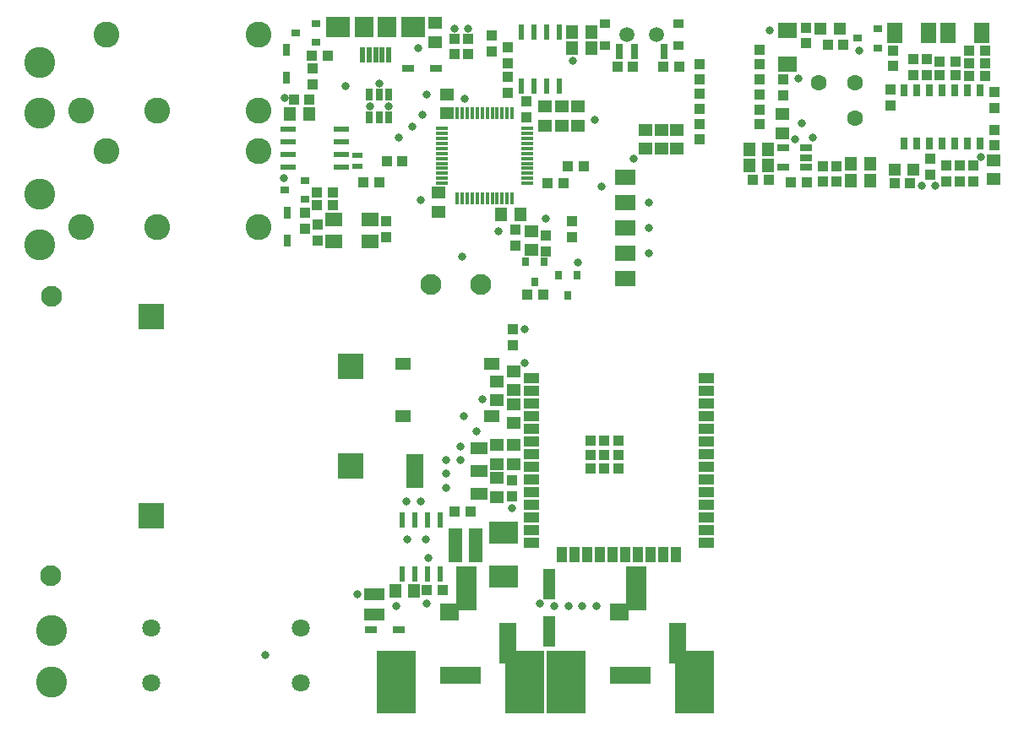
<source format=gts>
G04*
G04 #@! TF.GenerationSoftware,Altium Limited,Altium Designer,21.7.1 (17)*
G04*
G04 Layer_Color=8388736*
%FSLAX25Y25*%
%MOIN*%
G70*
G04*
G04 #@! TF.SameCoordinates,E541626C-5F42-4904-A579-91A45D143E40*
G04*
G04*
G04 #@! TF.FilePolarity,Negative*
G04*
G01*
G75*
%ADD64R,0.04528X0.02559*%
%ADD65R,0.15748X0.24803*%
%ADD66R,0.08268X0.17717*%
%ADD67R,0.03937X0.03937*%
%ADD68R,0.03937X0.06299*%
%ADD69R,0.06299X0.03937*%
%ADD70R,0.07913X0.05906*%
%ADD71R,0.05118X0.12205*%
%ADD72R,0.04882X0.05118*%
%ADD73R,0.01968X0.05906*%
%ADD74R,0.07480X0.07874*%
%ADD75R,0.09449X0.07874*%
%ADD76R,0.08268X0.04724*%
%ADD77R,0.11193X0.08894*%
%ADD78R,0.02756X0.05118*%
%ADD79R,0.07480X0.06378*%
%ADD80R,0.03937X0.04193*%
%ADD81R,0.04193X0.03937*%
%ADD82R,0.05512X0.13780*%
%ADD83R,0.04331X0.03543*%
%ADD84R,0.03150X0.06299*%
%ADD85R,0.06299X0.05118*%
%ADD86R,0.06378X0.07874*%
%ADD87R,0.05512X0.04882*%
%ADD88R,0.04882X0.05512*%
%ADD89R,0.04193X0.04331*%
%ADD90R,0.04331X0.04193*%
%ADD91R,0.05118X0.02756*%
%ADD92R,0.03543X0.02756*%
%ADD93R,0.02756X0.03543*%
%ADD94R,0.02559X0.04528*%
%ADD95R,0.06693X0.05315*%
%ADD96R,0.06693X0.05118*%
%ADD97R,0.06693X0.13386*%
%ADD98R,0.02677X0.05039*%
%ADD99R,0.01575X0.05118*%
%ADD100R,0.05118X0.01575*%
%ADD101R,0.02362X0.06299*%
%ADD102R,0.06299X0.02362*%
%ADD103R,0.04331X0.02362*%
%ADD104R,0.06693X0.16142*%
%ADD105R,0.16142X0.06693*%
%ADD106R,0.07480X0.06693*%
%ADD107C,0.07087*%
%ADD108C,0.06299*%
%ADD109C,0.12205*%
%ADD110C,0.08268*%
%ADD111R,0.04331X0.04331*%
%ADD112C,0.05906*%
%ADD113C,0.10236*%
%ADD114R,0.10236X0.10236*%
%ADD115C,0.03162*%
D64*
X160630Y41732D02*
D03*
X149606D02*
D03*
X175400Y263400D02*
D03*
X164376D02*
D03*
D65*
X159618Y20894D02*
D03*
X210405D02*
D03*
X277335D02*
D03*
X226547D02*
D03*
D66*
X187374Y57902D02*
D03*
X254303D02*
D03*
D67*
X236250Y105127D02*
D03*
X241761D02*
D03*
X247273D02*
D03*
Y116150D02*
D03*
X241761D02*
D03*
X236250D02*
D03*
Y110638D02*
D03*
X247273D02*
D03*
X241761D02*
D03*
D68*
X270158Y71122D02*
D03*
X265158D02*
D03*
X260158D02*
D03*
X255158D02*
D03*
X250158D02*
D03*
X245158D02*
D03*
X240158D02*
D03*
X235158D02*
D03*
X230158D02*
D03*
X225158D02*
D03*
D69*
X213189Y76024D02*
D03*
Y81024D02*
D03*
Y86024D02*
D03*
Y91024D02*
D03*
Y96024D02*
D03*
Y101024D02*
D03*
Y106024D02*
D03*
Y111024D02*
D03*
Y116024D02*
D03*
Y121024D02*
D03*
Y126024D02*
D03*
Y131024D02*
D03*
Y136024D02*
D03*
Y141024D02*
D03*
X282087Y76024D02*
D03*
Y81024D02*
D03*
Y86024D02*
D03*
Y91024D02*
D03*
Y96024D02*
D03*
Y101024D02*
D03*
Y106024D02*
D03*
Y111024D02*
D03*
Y116024D02*
D03*
Y121024D02*
D03*
Y126024D02*
D03*
Y131024D02*
D03*
Y136024D02*
D03*
Y141024D02*
D03*
D70*
X250000Y180400D02*
D03*
Y190400D02*
D03*
Y200400D02*
D03*
Y210400D02*
D03*
Y220400D02*
D03*
D71*
X219882Y59449D02*
D03*
Y40945D02*
D03*
D72*
X356260Y223400D02*
D03*
X363740D02*
D03*
X334540Y278800D02*
D03*
X327060D02*
D03*
D73*
X156739Y268710D02*
D03*
X154180D02*
D03*
X151620D02*
D03*
X149061D02*
D03*
X146502D02*
D03*
D74*
X147093Y279537D02*
D03*
X156148D02*
D03*
D75*
X136857D02*
D03*
X166384D02*
D03*
D76*
X151181Y55610D02*
D03*
Y47539D02*
D03*
D77*
X202000Y80101D02*
D03*
Y62699D02*
D03*
D78*
X149160Y244045D02*
D03*
X152900D02*
D03*
X156640D02*
D03*
X149160Y253100D02*
D03*
X152900D02*
D03*
X156640D02*
D03*
D79*
X313970Y278322D02*
D03*
Y264857D02*
D03*
D80*
X126841Y263149D02*
D03*
Y256948D02*
D03*
X123600Y200100D02*
D03*
Y206300D02*
D03*
X206693Y193356D02*
D03*
Y199557D02*
D03*
X203800Y253700D02*
D03*
Y259900D02*
D03*
X197200Y270100D02*
D03*
Y276300D02*
D03*
X211000Y244100D02*
D03*
Y250300D02*
D03*
X203800Y265300D02*
D03*
Y271500D02*
D03*
X187900Y268800D02*
D03*
Y275000D02*
D03*
X182600Y268800D02*
D03*
Y275000D02*
D03*
X218600Y197300D02*
D03*
Y191100D02*
D03*
X229000Y196700D02*
D03*
Y202900D02*
D03*
X355703Y264158D02*
D03*
Y270359D02*
D03*
X312200Y252700D02*
D03*
Y258900D02*
D03*
X369000Y266800D02*
D03*
Y260599D02*
D03*
X333268Y218489D02*
D03*
Y224690D02*
D03*
X328118Y218489D02*
D03*
Y224690D02*
D03*
X370200Y221300D02*
D03*
Y227500D02*
D03*
X387200Y224900D02*
D03*
Y218700D02*
D03*
X376800Y218700D02*
D03*
Y224900D02*
D03*
X321451Y273213D02*
D03*
Y279414D02*
D03*
X395600Y247700D02*
D03*
Y253900D02*
D03*
D81*
X132648Y268317D02*
D03*
X126447D02*
D03*
X128500Y209200D02*
D03*
X134700D02*
D03*
X128500Y214200D02*
D03*
X134700D02*
D03*
X162100Y226700D02*
D03*
X155900D02*
D03*
X153000Y218400D02*
D03*
X146799D02*
D03*
X246914Y263937D02*
D03*
X253115D02*
D03*
X225700Y217800D02*
D03*
X219500D02*
D03*
X227500Y224600D02*
D03*
X233700D02*
D03*
X211467Y174016D02*
D03*
X217667D02*
D03*
X265000Y264000D02*
D03*
X271200D02*
D03*
X374148Y260772D02*
D03*
X380349D02*
D03*
X391972Y270408D02*
D03*
X385771D02*
D03*
X385821Y265290D02*
D03*
X392021D02*
D03*
X315400Y218400D02*
D03*
X321600D02*
D03*
X356292Y217839D02*
D03*
X362493D02*
D03*
X329964Y272573D02*
D03*
X336165D02*
D03*
D82*
X182874Y75000D02*
D03*
X191142D02*
D03*
D83*
X242193Y272381D02*
D03*
Y281042D02*
D03*
X270933D02*
D03*
Y272381D02*
D03*
D84*
X265420Y269822D02*
D03*
X247703D02*
D03*
X253609D02*
D03*
D85*
X162402Y146457D02*
D03*
Y125984D02*
D03*
X197441Y146457D02*
D03*
Y125984D02*
D03*
D86*
X369732Y277298D02*
D03*
X356268D02*
D03*
X377317D02*
D03*
X390781D02*
D03*
D87*
X199409Y101575D02*
D03*
Y94095D02*
D03*
Y107087D02*
D03*
Y114567D02*
D03*
X205906Y107087D02*
D03*
Y114567D02*
D03*
X175000Y281140D02*
D03*
Y273660D02*
D03*
X264369Y238961D02*
D03*
Y231480D02*
D03*
X258069Y238961D02*
D03*
Y231480D02*
D03*
X270400Y238961D02*
D03*
Y231480D02*
D03*
X213000Y198940D02*
D03*
Y191460D02*
D03*
X224981Y248210D02*
D03*
Y240730D02*
D03*
X218482Y248210D02*
D03*
Y240730D02*
D03*
X231477Y248210D02*
D03*
Y240730D02*
D03*
X176400Y206660D02*
D03*
Y214140D02*
D03*
X179600Y253080D02*
D03*
Y245600D02*
D03*
X205906Y123228D02*
D03*
Y130709D02*
D03*
X199409Y139764D02*
D03*
Y132283D02*
D03*
X205906Y143701D02*
D03*
Y136221D02*
D03*
X395200Y219460D02*
D03*
Y226940D02*
D03*
X312000Y245140D02*
D03*
Y237660D02*
D03*
D88*
X159260Y56800D02*
D03*
X166740D02*
D03*
X236580Y271203D02*
D03*
X229100D02*
D03*
X125219Y245276D02*
D03*
X117739D02*
D03*
X236580Y277699D02*
D03*
X229100D02*
D03*
X208640Y205700D02*
D03*
X201160D02*
D03*
X346648Y218833D02*
D03*
X339167D02*
D03*
X346648Y225615D02*
D03*
X339167D02*
D03*
X299042Y231306D02*
D03*
X306522D02*
D03*
X299000Y224936D02*
D03*
X306481D02*
D03*
D89*
X177900Y57367D02*
D03*
X171700D02*
D03*
X182726Y88386D02*
D03*
X188927D02*
D03*
X125500Y251000D02*
D03*
X119300D02*
D03*
X374148Y265890D02*
D03*
X380349D02*
D03*
X300500Y219200D02*
D03*
X306700D02*
D03*
X385821Y260172D02*
D03*
X392021D02*
D03*
D90*
X205315Y100541D02*
D03*
Y94340D02*
D03*
X128600Y201500D02*
D03*
Y195300D02*
D03*
X155800Y196700D02*
D03*
Y202900D02*
D03*
X354718Y254857D02*
D03*
Y248656D02*
D03*
X363800Y266800D02*
D03*
Y260599D02*
D03*
X395800Y239100D02*
D03*
Y232900D02*
D03*
X382000Y218700D02*
D03*
Y224900D02*
D03*
X205600Y154100D02*
D03*
Y160300D02*
D03*
D91*
X321355Y231800D02*
D03*
X312300Y224320D02*
D03*
Y231800D02*
D03*
X321355Y228060D02*
D03*
Y224320D02*
D03*
D92*
X128022Y273632D02*
D03*
X120148Y277372D02*
D03*
X128022Y281112D02*
D03*
X123622Y211614D02*
D03*
X115748Y215354D02*
D03*
X123622Y219094D02*
D03*
X349600Y271392D02*
D03*
X341726Y275132D02*
D03*
X349600Y278873D02*
D03*
D93*
X218110Y186811D02*
D03*
X214370Y178937D02*
D03*
X210630Y186811D02*
D03*
X231102Y181496D02*
D03*
X227362Y173622D02*
D03*
X223622Y181496D02*
D03*
D94*
X116500Y259688D02*
D03*
Y270712D02*
D03*
X116535Y195276D02*
D03*
Y206299D02*
D03*
D95*
X134916Y194869D02*
D03*
Y203531D02*
D03*
X149484Y194869D02*
D03*
Y203531D02*
D03*
D96*
X192323Y95276D02*
D03*
Y104331D02*
D03*
Y113386D02*
D03*
D97*
X167126Y104331D02*
D03*
D98*
X390191Y233558D02*
D03*
X385191D02*
D03*
X380191D02*
D03*
X375191D02*
D03*
X370191D02*
D03*
X365191D02*
D03*
X360191D02*
D03*
Y254503D02*
D03*
X365191D02*
D03*
X370191D02*
D03*
X375191D02*
D03*
X380191D02*
D03*
X385191D02*
D03*
X390191D02*
D03*
D99*
X183759Y211998D02*
D03*
X185728D02*
D03*
X187696D02*
D03*
X189665D02*
D03*
X191633D02*
D03*
X193602D02*
D03*
X195570D02*
D03*
X197539D02*
D03*
X199507D02*
D03*
X201476D02*
D03*
X205413D02*
D03*
Y245463D02*
D03*
X203444D02*
D03*
X201476D02*
D03*
X199507D02*
D03*
X197539D02*
D03*
X195570D02*
D03*
X193602D02*
D03*
X191633D02*
D03*
X189665D02*
D03*
X187696D02*
D03*
X185728D02*
D03*
X183759D02*
D03*
X203444Y211998D02*
D03*
D100*
X211318Y217904D02*
D03*
Y219872D02*
D03*
Y221841D02*
D03*
Y223810D02*
D03*
Y225778D02*
D03*
Y227747D02*
D03*
Y229715D02*
D03*
Y231683D02*
D03*
Y233652D02*
D03*
Y235620D02*
D03*
Y237589D02*
D03*
Y239558D02*
D03*
X177854D02*
D03*
Y237589D02*
D03*
Y235620D02*
D03*
Y233652D02*
D03*
Y231683D02*
D03*
Y229715D02*
D03*
Y227747D02*
D03*
Y225778D02*
D03*
Y223810D02*
D03*
Y221841D02*
D03*
Y219872D02*
D03*
Y217904D02*
D03*
D101*
X177185Y84842D02*
D03*
X172185D02*
D03*
X167185D02*
D03*
X162185D02*
D03*
X177185Y63583D02*
D03*
X172185D02*
D03*
X167185D02*
D03*
X162185D02*
D03*
X208900Y256370D02*
D03*
X213900D02*
D03*
X218900D02*
D03*
X223900D02*
D03*
X208900Y277630D02*
D03*
X213900D02*
D03*
X218900D02*
D03*
X223900D02*
D03*
D102*
X138189Y224390D02*
D03*
Y229390D02*
D03*
Y234390D02*
D03*
Y239390D02*
D03*
X116929Y224390D02*
D03*
Y229390D02*
D03*
Y234390D02*
D03*
Y239390D02*
D03*
D103*
X144200Y224735D02*
D03*
Y229065D02*
D03*
D104*
X203862Y36244D02*
D03*
X270791D02*
D03*
D105*
X185039Y23622D02*
D03*
X251969D02*
D03*
D106*
X180693Y48465D02*
D03*
X247622D02*
D03*
D107*
X122047Y42323D02*
D03*
Y20669D02*
D03*
X62992D02*
D03*
Y42323D02*
D03*
D108*
X326403Y257613D02*
D03*
X340545Y243471D02*
D03*
Y257613D02*
D03*
D109*
X23622Y41142D02*
D03*
Y21063D02*
D03*
X19094Y265748D02*
D03*
Y245669D02*
D03*
Y213779D02*
D03*
Y193701D02*
D03*
D110*
X23228Y62992D02*
D03*
X23622Y173228D02*
D03*
X173425Y177953D02*
D03*
X193110D02*
D03*
D111*
X279200Y235400D02*
D03*
Y241305D02*
D03*
Y247211D02*
D03*
Y253116D02*
D03*
Y259022D02*
D03*
Y264928D02*
D03*
X303000Y270706D02*
D03*
Y264800D02*
D03*
Y258894D02*
D03*
Y252989D02*
D03*
Y247083D02*
D03*
Y241178D02*
D03*
D112*
X262468Y276712D02*
D03*
X250657D02*
D03*
D113*
X35433Y246457D02*
D03*
X65433D02*
D03*
X105433D02*
D03*
Y276457D02*
D03*
X45433D02*
D03*
X35472Y200748D02*
D03*
X65472D02*
D03*
X105472D02*
D03*
Y230748D02*
D03*
X45472D02*
D03*
D114*
X141732Y106299D02*
D03*
Y145669D02*
D03*
X62992Y86614D02*
D03*
Y165354D02*
D03*
D115*
X108019Y31496D02*
D03*
X172200Y69800D02*
D03*
X238000Y243000D02*
D03*
X210400Y160200D02*
D03*
X185000Y114000D02*
D03*
X390494Y228362D02*
D03*
X144400Y55600D02*
D03*
X186416Y125984D02*
D03*
X342400Y270400D02*
D03*
X185600Y188800D02*
D03*
X307000Y278400D02*
D03*
X316939Y235394D02*
D03*
X324000Y236000D02*
D03*
X139600Y256200D02*
D03*
X318400Y259200D02*
D03*
X367000Y216800D02*
D03*
X169200Y92400D02*
D03*
X163800D02*
D03*
X171400Y77200D02*
D03*
X164000Y77400D02*
D03*
X372200Y216800D02*
D03*
X319600Y241600D02*
D03*
X115400Y219800D02*
D03*
X179400Y97600D02*
D03*
Y103200D02*
D03*
Y108600D02*
D03*
X185000D02*
D03*
X238600Y51000D02*
D03*
X233067D02*
D03*
X229400Y266200D02*
D03*
X253200Y227600D02*
D03*
X170000Y244800D02*
D03*
X200000Y199000D02*
D03*
X171800Y253000D02*
D03*
X169200Y211200D02*
D03*
X222000Y51000D02*
D03*
X227533D02*
D03*
X216200Y52000D02*
D03*
X149200Y248400D02*
D03*
X182600Y279000D02*
D03*
X156600Y248400D02*
D03*
X187900Y279000D02*
D03*
X259200Y190400D02*
D03*
X166000Y240400D02*
D03*
X259200Y200400D02*
D03*
Y210400D02*
D03*
X186600Y251200D02*
D03*
X240600Y216600D02*
D03*
X231200Y186600D02*
D03*
X159600Y51000D02*
D03*
X171600Y52000D02*
D03*
X191200Y120000D02*
D03*
X210200Y146800D02*
D03*
X160600Y235800D02*
D03*
X218600Y204000D02*
D03*
X168200Y271400D02*
D03*
X205400Y89600D02*
D03*
X193600Y132600D02*
D03*
X115600Y251600D02*
D03*
X152900Y257345D02*
D03*
M02*

</source>
